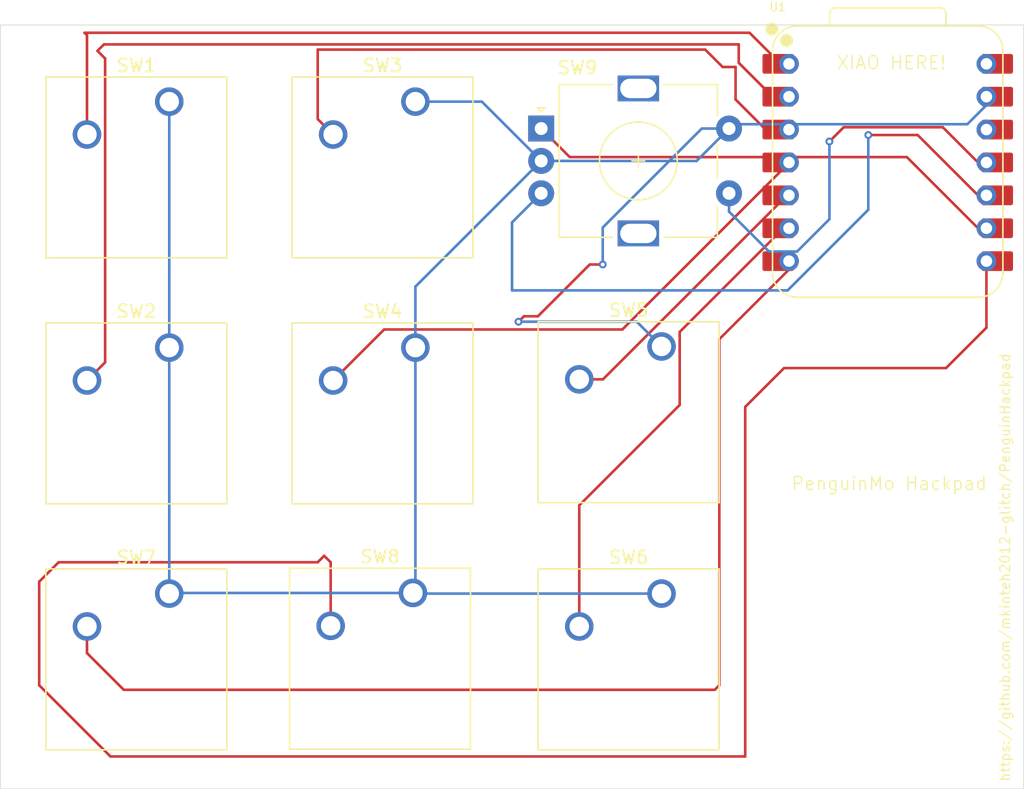
<source format=kicad_pcb>
(kicad_pcb (version 20241229) (generator "pcbnew") (generator_version "9.0")
  (layers (0 "F.Cu" signal) (2 "B.Cu" signal) (13 "F.Paste" user) (15 "B.Paste" user) (5 "F.SilkS" user "F.Silkscreen") (7 "B.SilkS" user "B.Silkscreen") (1 "F.Mask" user) (3 "B.Mask" user) (25 "Edge.Cuts" user))
  (net 0 "")
  (net 1 "GND")
  (net 2 "Net-(U1-GPIO26{slash}ADC0{slash}A0)")
  (net 3 "Net-(U1-GPIO27{slash}ADC1{slash}A1)")
  (net 4 "Net-(U1-GPIO28{slash}ADC2{slash}A2)")
  (net 5 "Net-(U1-GPIO29{slash}ADC3{slash}A3)")
  (net 6 "Net-(U1-GPIO6{slash}SDA)")
  (net 7 "Net-(U1-GPIO7{slash}SCL)")
  (net 8 "Net-(U1-GPIO0{slash}TX)")
  (net 9 "Net-(U1-GPIO1{slash}RX)")
  (net 10 "Net-(U1-GPIO3{slash}MOSI)")
  (net 11 "Net-(U1-GPIO4{slash}MISO)")
  (net 12 "Net-(U1-GPIO2{slash}SCK)")
  (net 13 "+3V3")
  (footprint "Button_Switch_Keyboard:SW_Cherry_MX_1.00u_PCB" (layer "F.Cu") (at 101.04 84.92)
    (property "Reference" "SW2" (at -2.54 -2.794 0) (layer "F.SilkS"))
    (property "Value" "SW_Push")
    (fp_line (start -9.525 -1.905) (end 4.445 -1.905) (stroke (width 0.12)) (layer "F.SilkS"))
    (fp_line (start -9.525 12.065) (end -9.525 -1.905) (stroke (width 0.12)) (layer "F.SilkS"))
    (fp_line (start 4.445 -1.905) (end 4.445 12.065) (stroke (width 0.12)) (layer "F.SilkS"))
    (fp_line (start 4.445 12.065) (end -9.525 12.065) (stroke (width 0.12)) (layer "F.SilkS"))
    (pad "" np_thru_hole circle (at -7.62 5.08) (size 1.7 1.7) (drill 1.7) (layers "*.Cu" "*.Mask"))
    (pad "" np_thru_hole circle (at -2.54 5.08) (size 4 4) (drill 4) (layers "*.Cu" "*.Mask"))
    (pad "" np_thru_hole circle (at 2.54 5.08) (size 1.7 1.7) (drill 1.7) (layers "*.Cu" "*.Mask"))
    (pad "1" thru_hole circle (at 0 0) (size 2.2 2.2) (drill 1.5) (layers "*.Cu" "*.Mask") (net 1 "GND"))
    (pad "2" thru_hole circle (at -6.35 2.54) (size 2.2 2.2) (drill 1.5) (layers "*.Cu" "*.Mask") (net 3 "Net-(U1-GPIO27{slash}ADC1{slash}A1)"))
  )
  (footprint "Button_Switch_Keyboard:SW_Cherry_MX_1.00u_PCB" (layer "F.Cu") (at 119.85 103.87)
    (property "Reference" "SW8" (at -2.54 -2.794 0) (layer "F.SilkS"))
    (property "Value" "SW_Push")
    (fp_line (start -9.525 -1.905) (end 4.445 -1.905) (stroke (width 0.12)) (layer "F.SilkS"))
    (fp_line (start -9.525 12.065) (end -9.525 -1.905) (stroke (width 0.12)) (layer "F.SilkS"))
    (fp_line (start 4.445 -1.905) (end 4.445 12.065) (stroke (width 0.12)) (layer "F.SilkS"))
    (fp_line (start 4.445 12.065) (end -9.525 12.065) (stroke (width 0.12)) (layer "F.SilkS"))
    (pad "" np_thru_hole circle (at -7.62 5.08) (size 1.7 1.7) (drill 1.7) (layers "*.Cu" "*.Mask"))
    (pad "" np_thru_hole circle (at -2.54 5.08) (size 4 4) (drill 4) (layers "*.Cu" "*.Mask"))
    (pad "" np_thru_hole circle (at 2.54 5.08) (size 1.7 1.7) (drill 1.7) (layers "*.Cu" "*.Mask"))
    (pad "1" thru_hole circle (at 0 0) (size 2.2 2.2) (drill 1.5) (layers "*.Cu" "*.Mask") (net 1 "GND"))
    (pad "2" thru_hole circle (at -6.35 2.54) (size 2.2 2.2) (drill 1.5) (layers "*.Cu" "*.Mask") (net 9 "Net-(U1-GPIO1{slash}RX)"))
  )
  (footprint "Button_Switch_Keyboard:SW_Cherry_MX_1.00u_PCB" (layer "F.Cu") (at 101.04 103.92)
    (property "Reference" "SW7" (at -2.54 -2.794 0) (layer "F.SilkS"))
    (property "Value" "SW_Push")
    (fp_line (start -9.525 -1.905) (end 4.445 -1.905) (stroke (width 0.12)) (layer "F.SilkS"))
    (fp_line (start -9.525 12.065) (end -9.525 -1.905) (stroke (width 0.12)) (layer "F.SilkS"))
    (fp_line (start 4.445 -1.905) (end 4.445 12.065) (stroke (width 0.12)) (layer "F.SilkS"))
    (fp_line (start 4.445 12.065) (end -9.525 12.065) (stroke (width 0.12)) (layer "F.SilkS"))
    (pad "" np_thru_hole circle (at -7.62 5.08) (size 1.7 1.7) (drill 1.7) (layers "*.Cu" "*.Mask"))
    (pad "" np_thru_hole circle (at -2.54 5.08) (size 4 4) (drill 4) (layers "*.Cu" "*.Mask"))
    (pad "" np_thru_hole circle (at 2.54 5.08) (size 1.7 1.7) (drill 1.7) (layers "*.Cu" "*.Mask"))
    (pad "1" thru_hole circle (at 0 0) (size 2.2 2.2) (drill 1.5) (layers "*.Cu" "*.Mask") (net 1 "GND"))
    (pad "2" thru_hole circle (at -6.35 2.54) (size 2.2 2.2) (drill 1.5) (layers "*.Cu" "*.Mask") (net 8 "Net-(U1-GPIO0{slash}TX)"))
  )
  (footprint "Button_Switch_Keyboard:SW_Cherry_MX_1.00u_PCB" (layer "F.Cu") (at 139.04 103.92)
    (property "Reference" "SW6" (at -2.54 -2.794 0) (layer "F.SilkS"))
    (property "Value" "SW_Push")
    (fp_line (start -9.525 -1.905) (end 4.445 -1.905) (stroke (width 0.12)) (layer "F.SilkS"))
    (fp_line (start -9.525 12.065) (end -9.525 -1.905) (stroke (width 0.12)) (layer "F.SilkS"))
    (fp_line (start 4.445 -1.905) (end 4.445 12.065) (stroke (width 0.12)) (layer "F.SilkS"))
    (fp_line (start 4.445 12.065) (end -9.525 12.065) (stroke (width 0.12)) (layer "F.SilkS"))
    (pad "" np_thru_hole circle (at -7.62 5.08) (size 1.7 1.7) (drill 1.7) (layers "*.Cu" "*.Mask"))
    (pad "" np_thru_hole circle (at -2.54 5.08) (size 4 4) (drill 4) (layers "*.Cu" "*.Mask"))
    (pad "" np_thru_hole circle (at 2.54 5.08) (size 1.7 1.7) (drill 1.7) (layers "*.Cu" "*.Mask"))
    (pad "1" thru_hole circle (at 0 0) (size 2.2 2.2) (drill 1.5) (layers "*.Cu" "*.Mask") (net 1 "GND"))
    (pad "2" thru_hole circle (at -6.35 2.54) (size 2.2 2.2) (drill 1.5) (layers "*.Cu" "*.Mask") (net 7 "Net-(U1-GPIO7{slash}SCL)"))
  )
  (footprint "XIAO:XIAO-RP2040-DIP" (layer "F.Cu") (at 156.5 70.62)
    (property "Reference" "U1" (at -8.5 -12 0) (layer "F.SilkS") (effects (font (size 0.635 0.635) (thickness 0.1016))))
    (property "Value" "XIAO-RP2040-DIP")
    (fp_line (start -8.89 8.509) (end -8.89 -8.636) (stroke (width 0.127)) (layer "F.SilkS"))
    (fp_line (start -6.985 10.414) (end 6.985 10.414) (stroke (width 0.127)) (layer "F.SilkS"))
    (fp_line (start -4.495 -10.541) (end -4.491272 -11.451272) (stroke (width 0.127)) (layer "F.SilkS"))
    (fp_line (start -3.991272 -11.951) (end 4.004 -11.951) (stroke (width 0.127)) (layer "F.SilkS"))
    (fp_line (start 4.504 -11.451) (end 4.504 -10.541) (stroke (width 0.127)) (layer "F.SilkS"))
    (fp_line (start 6.985 -10.541) (end -6.985 -10.541) (stroke (width 0.1)) (layer "F.SilkS"))
    (fp_line (start 6.985 -10.541) (end -6.985 -10.541) (stroke (width 0.127)) (layer "F.SilkS"))
    (fp_line (start 8.89 8.509) (end 8.89 -8.636) (stroke (width 0.127)) (layer "F.SilkS"))
    (fp_arc (start -8.89 -8.636) (mid -8.332038 -9.983038) (end -6.985 -10.541) (stroke (width 0.127)) (layer "F.SilkS"))
    (fp_arc (start -6.985 10.414) (mid -8.332038 9.856038) (end -8.89 8.509) (stroke (width 0.127)) (layer "F.SilkS"))
    (fp_arc (start -4.491272 -11.451272) (mid -4.344728 -11.80464) (end -3.991272 -11.951) (stroke (width 0.127)) (layer "F.SilkS"))
    (fp_arc (start 4.004 -11.951) (mid 4.357553 -11.804553) (end 4.504 -11.451) (stroke (width 0.127)) (layer "F.SilkS"))
    (fp_arc (start 6.985 -10.541) (mid 8.332038 -9.983038) (end 8.89 -8.636) (stroke (width 0.127)) (layer "F.SilkS"))
    (fp_arc (start 8.89 8.509) (mid 8.332038 9.856038) (end 6.985 10.414) (stroke (width 0.127)) (layer "F.SilkS"))
    (fp_circle (center -8.95 -10.3) (end -8.95 -10.554) (stroke (width 0.5)) (fill yes) (layer "F.SilkS"))
    (fp_circle (center -7.807 -9.42) (end -7.807 -9.674) (stroke (width 0.5)) (fill yes) (layer "F.SilkS"))
    (pad "1" smd roundrect (at -8.455 -7.62 180) (size 2.432 1.524) (layers "F.Cu" "F.Mask") (roundrect_rratio 0.1) (net 2 "Net-(U1-GPIO26{slash}ADC0{slash}A0)"))
    (pad "1" thru_hole circle (at -7.62 -7.62 180) (size 1.524 1.524) (drill 0.889) (layers "*.Cu" "*.Mask") (net 2 "Net-(U1-GPIO26{slash}ADC0{slash}A0)"))
    (pad "2" smd roundrect (at -8.455 -5.08 180) (size 2.432 1.524) (layers "F.Cu" "F.Mask") (roundrect_rratio 0.1) (net 3 "Net-(U1-GPIO27{slash}ADC1{slash}A1)"))
    (pad "2" thru_hole circle (at -7.62 -5.08 180) (size 1.524 1.524) (drill 0.889) (layers "*.Cu" "*.Mask") (net 3 "Net-(U1-GPIO27{slash}ADC1{slash}A1)"))
    (pad "3" smd roundrect (at -8.455 -2.54 180) (size 2.432 1.524) (layers "F.Cu" "F.Mask") (roundrect_rratio 0.1) (net 4 "Net-(U1-GPIO28{slash}ADC2{slash}A2)"))
    (pad "3" thru_hole circle (at -7.62 -2.54 180) (size 1.524 1.524) (drill 0.889) (layers "*.Cu" "*.Mask") (net 4 "Net-(U1-GPIO28{slash}ADC2{slash}A2)"))
    (pad "4" smd roundrect (at -8.455 0 180) (size 2.432 1.524) (layers "F.Cu" "F.Mask") (roundrect_rratio 0.1) (net 5 "Net-(U1-GPIO29{slash}ADC3{slash}A3)"))
    (pad "4" thru_hole circle (at -7.62 0 180) (size 1.524 1.524) (drill 0.889) (layers "*.Cu" "*.Mask") (net 5 "Net-(U1-GPIO29{slash}ADC3{slash}A3)"))
    (pad "5" smd roundrect (at -8.455 2.54 180) (size 2.432 1.524) (layers "F.Cu" "F.Mask") (roundrect_rratio 0.1) (net 6 "Net-(U1-GPIO6{slash}SDA)"))
    (pad "5" thru_hole circle (at -7.62 2.54 180) (size 1.524 1.524) (drill 0.889) (layers "*.Cu" "*.Mask") (net 6 "Net-(U1-GPIO6{slash}SDA)"))
    (pad "6" smd roundrect (at -8.455 5.08 180) (size 2.432 1.524) (layers "F.Cu" "F.Mask") (roundrect_rratio 0.1) (net 7 "Net-(U1-GPIO7{slash}SCL)"))
    (pad "6" thru_hole circle (at -7.62 5.08 180) (size 1.524 1.524) (drill 0.889) (layers "*.Cu" "*.Mask") (net 7 "Net-(U1-GPIO7{slash}SCL)"))
    (pad "7" smd roundrect (at -8.455 7.62 180) (size 2.432 1.524) (layers "F.Cu" "F.Mask") (roundrect_rratio 0.1) (net 8 "Net-(U1-GPIO0{slash}TX)"))
    (pad "7" thru_hole circle (at -7.62 7.62 180) (size 1.524 1.524) (drill 0.889) (layers "*.Cu" "*.Mask") (net 8 "Net-(U1-GPIO0{slash}TX)"))
    (pad "8" thru_hole circle (at 7.62 7.62) (size 1.524 1.524) (drill 0.889) (layers "*.Cu" "*.Mask") (net 9 "Net-(U1-GPIO1{slash}RX)"))
    (pad "8" smd roundrect (at 8.455 7.62) (size 2.432 1.524) (layers "F.Cu" "F.Mask") (roundrect_rratio 0.1) (net 9 "Net-(U1-GPIO1{slash}RX)"))
    (pad "9" thru_hole circle (at 7.62 5.08) (size 1.524 1.524) (drill 0.889) (layers "*.Cu" "*.Mask") (net 12 "Net-(U1-GPIO2{slash}SCK)"))
    (pad "9" smd roundrect (at 8.455 5.08) (size 2.432 1.524) (layers "F.Cu" "F.Mask") (roundrect_rratio 0.1) (net 12 "Net-(U1-GPIO2{slash}SCK)"))
    (pad "10" thru_hole circle (at 7.62 2.54) (size 1.524 1.524) (drill 0.889) (layers "*.Cu" "*.Mask") (net 11 "Net-(U1-GPIO4{slash}MISO)"))
    (pad "10" smd roundrect (at 8.455 2.54) (size 2.432 1.524) (layers "F.Cu" "F.Mask") (roundrect_rratio 0.1) (net 11 "Net-(U1-GPIO4{slash}MISO)"))
    (pad "11" thru_hole circle (at 7.62 0) (size 1.524 1.524) (drill 0.889) (layers "*.Cu" "*.Mask") (net 10 "Net-(U1-GPIO3{slash}MOSI)"))
    (pad "11" smd roundrect (at 8.455 0) (size 2.432 1.524) (layers "F.Cu" "F.Mask") (roundrect_rratio 0.1) (net 10 "Net-(U1-GPIO3{slash}MOSI)"))
    (pad "12" thru_hole circle (at 7.62 -2.54) (size 1.524 1.524) (drill 0.889) (layers "*.Cu" "*.Mask") (net 13 "+3V3"))
    (pad "12" smd roundrect (at 8.455 -2.54) (size 2.432 1.524) (layers "F.Cu" "F.Mask") (roundrect_rratio 0.1) (net 13 "+3V3"))
    (pad "13" thru_hole circle (at 7.62 -5.08) (size 1.524 1.524) (drill 0.889) (layers "*.Cu" "*.Mask") (net 1 "GND"))
    (pad "13" smd roundrect (at 8.455 -5.08) (size 2.432 1.524) (layers "F.Cu" "F.Mask") (roundrect_rratio 0.1) (net 1 "GND"))
    (pad "14" thru_hole circle (at 7.62 -7.62) (size 1.524 1.524) (drill 0.889) (layers "*.Cu" "*.Mask"))
    (pad "14" smd roundrect (at 8.455 -7.62) (size 2.432 1.524) (layers "F.Cu" "F.Mask") (roundrect_rratio 0.1))
  )
  (footprint "Button_Switch_Keyboard:SW_Cherry_MX_1.00u_PCB" (layer "F.Cu") (at 120.04 65.92)
    (property "Reference" "SW3" (at -2.54 -2.794 0) (layer "F.SilkS"))
    (property "Value" "SW_Push")
    (fp_line (start -9.525 -1.905) (end 4.445 -1.905) (stroke (width 0.12)) (layer "F.SilkS"))
    (fp_line (start -9.525 12.065) (end -9.525 -1.905) (stroke (width 0.12)) (layer "F.SilkS"))
    (fp_line (start 4.445 -1.905) (end 4.445 12.065) (stroke (width 0.12)) (layer "F.SilkS"))
    (fp_line (start 4.445 12.065) (end -9.525 12.065) (stroke (width 0.12)) (layer "F.SilkS"))
    (pad "" np_thru_hole circle (at -7.62 5.08) (size 1.7 1.7) (drill 1.7) (layers "*.Cu" "*.Mask"))
    (pad "" np_thru_hole circle (at -2.54 5.08) (size 4 4) (drill 4) (layers "*.Cu" "*.Mask"))
    (pad "" np_thru_hole circle (at 2.54 5.08) (size 1.7 1.7) (drill 1.7) (layers "*.Cu" "*.Mask"))
    (pad "1" thru_hole circle (at 0 0) (size 2.2 2.2) (drill 1.5) (layers "*.Cu" "*.Mask") (net 1 "GND"))
    (pad "2" thru_hole circle (at -6.35 2.54) (size 2.2 2.2) (drill 1.5) (layers "*.Cu" "*.Mask") (net 4 "Net-(U1-GPIO28{slash}ADC2{slash}A2)"))
  )
  (footprint "Rotary_Encoder:RotaryEncoder_Alps_EC11E-Switch_Vertical_H20mm" (layer "F.Cu") (at 129.75 68)
    (property "Reference" "SW9" (at 2.8 -4.7 0) (layer "F.SilkS"))
    (property "Value" "RotaryEncoder_Switch")
    (fp_line (start -0.3 -1.6) (end 0.3 -1.6) (stroke (width 0.12)) (layer "F.SilkS"))
    (fp_line (start 0 -1.3) (end -0.3 -1.6) (stroke (width 0.12)) (layer "F.SilkS"))
    (fp_line (start 0.3 -1.6) (end 0 -1.3) (stroke (width 0.12)) (layer "F.SilkS"))
    (fp_line (start 1.4 -3.4) (end 1.4 8.4) (stroke (width 0.12)) (layer "F.SilkS"))
    (fp_line (start 5.5 -3.4) (end 1.4 -3.4) (stroke (width 0.12)) (layer "F.SilkS"))
    (fp_line (start 5.5 8.4) (end 1.4 8.4) (stroke (width 0.12)) (layer "F.SilkS"))
    (fp_line (start 7 2.5) (end 8 2.5) (stroke (width 0.12)) (layer "F.SilkS"))
    (fp_line (start 7.5 2) (end 7.5 3) (stroke (width 0.12)) (layer "F.SilkS"))
    (fp_line (start 9.5 -3.4) (end 13.6 -3.4) (stroke (width 0.12)) (layer "F.SilkS"))
    (fp_line (start 13.6 -3.4) (end 13.6 -1) (stroke (width 0.12)) (layer "F.SilkS"))
    (fp_line (start 13.6 1.2) (end 13.6 3.8) (stroke (width 0.12)) (layer "F.SilkS"))
    (fp_line (start 13.6 6) (end 13.6 8.4) (stroke (width 0.12)) (layer "F.SilkS"))
    (fp_line (start 13.6 8.4) (end 9.5 8.4) (stroke (width 0.12)) (layer "F.SilkS"))
    (fp_circle (center 7.5 2.5) (end 10.5 2.5) (stroke (width 0.12)) (fill no) (layer "F.SilkS"))
    (pad "A" thru_hole rect (at 0 0) (size 2 2) (drill 1) (layers "*.Cu" "*.Mask") (net 12 "Net-(U1-GPIO2{slash}SCK)"))
    (pad "B" thru_hole circle (at 0 5) (size 2 2) (drill 1) (layers "*.Cu" "*.Mask") (net 11 "Net-(U1-GPIO4{slash}MISO)"))
    (pad "C" thru_hole circle (at 0 2.5) (size 2 2) (drill 1) (layers "*.Cu" "*.Mask") (net 1 "GND"))
    (pad "MP" thru_hole rect (at 7.5 -3.1) (size 3.2 2) (drill oval 2.8 1.5) (layers "*.Cu" "*.Mask"))
    (pad "MP" thru_hole rect (at 7.5 8.1) (size 3.2 2) (drill oval 2.8 1.5) (layers "*.Cu" "*.Mask"))
    (pad "S1" thru_hole circle (at 14.5 5) (size 2 2) (drill 1) (layers "*.Cu" "*.Mask") (net 10 "Net-(U1-GPIO3{slash}MOSI)"))
    (pad "S2" thru_hole circle (at 14.5 0) (size 2 2) (drill 1) (layers "*.Cu" "*.Mask") (net 1 "GND"))
  )
  (footprint "Button_Switch_Keyboard:SW_Cherry_MX_1.00u_PCB" (layer "F.Cu") (at 120.04 84.92)
    (property "Reference" "SW4" (at -2.54 -2.794 0) (layer "F.SilkS"))
    (property "Value" "SW_Push")
    (fp_line (start -9.525 -1.905) (end 4.445 -1.905) (stroke (width 0.12)) (layer "F.SilkS"))
    (fp_line (start -9.525 12.065) (end -9.525 -1.905) (stroke (width 0.12)) (layer "F.SilkS"))
    (fp_line (start 4.445 -1.905) (end 4.445 12.065) (stroke (width 0.12)) (layer "F.SilkS"))
    (fp_line (start 4.445 12.065) (end -9.525 12.065) (stroke (width 0.12)) (layer "F.SilkS"))
    (pad "" np_thru_hole circle (at -7.62 5.08) (size 1.7 1.7) (drill 1.7) (layers "*.Cu" "*.Mask"))
    (pad "" np_thru_hole circle (at -2.54 5.08) (size 4 4) (drill 4) (layers "*.Cu" "*.Mask"))
    (pad "" np_thru_hole circle (at 2.54 5.08) (size 1.7 1.7) (drill 1.7) (layers "*.Cu" "*.Mask"))
    (pad "1" thru_hole circle (at 0 0) (size 2.2 2.2) (drill 1.5) (layers "*.Cu" "*.Mask") (net 1 "GND"))
    (pad "2" thru_hole circle (at -6.35 2.54) (size 2.2 2.2) (drill 1.5) (layers "*.Cu" "*.Mask") (net 5 "Net-(U1-GPIO29{slash}ADC3{slash}A3)"))
  )
  (footprint "Button_Switch_Keyboard:SW_Cherry_MX_1.00u_PCB" (layer "F.Cu") (at 139.04 84.83)
    (property "Reference" "SW5" (at -2.54 -2.794 0) (layer "F.SilkS"))
    (property "Value" "SW_Push")
    (fp_line (start -9.525 -1.905) (end 4.445 -1.905) (stroke (width 0.12)) (layer "F.SilkS"))
    (fp_line (start -9.525 12.065) (end -9.525 -1.905) (stroke (width 0.12)) (layer "F.SilkS"))
    (fp_line (start 4.445 -1.905) (end 4.445 12.065) (stroke (width 0.12)) (layer "F.SilkS"))
    (fp_line (start 4.445 12.065) (end -9.525 12.065) (stroke (width 0.12)) (layer "F.SilkS"))
    (pad "" np_thru_hole circle (at -7.62 5.08) (size 1.7 1.7) (drill 1.7) (layers "*.Cu" "*.Mask"))
    (pad "" np_thru_hole circle (at -2.54 5.08) (size 4 4) (drill 4) (layers "*.Cu" "*.Mask"))
    (pad "" np_thru_hole circle (at 2.54 5.08) (size 1.7 1.7) (drill 1.7) (layers "*.Cu" "*.Mask"))
    (pad "1" thru_hole circle (at 0 0) (size 2.2 2.2) (drill 1.5) (layers "*.Cu" "*.Mask") (net 1 "GND"))
    (pad "2" thru_hole circle (at -6.35 2.54) (size 2.2 2.2) (drill 1.5) (layers "*.Cu" "*.Mask") (net 6 "Net-(U1-GPIO6{slash}SDA)"))
  )
  (footprint "Button_Switch_Keyboard:SW_Cherry_MX_1.00u_PCB" (layer "F.Cu") (at 101.04 65.92)
    (property "Reference" "SW1" (at -2.54 -2.794 0) (layer "F.SilkS"))
    (property "Value" "SW_Push")
    (fp_line (start -9.525 -1.905) (end 4.445 -1.905) (stroke (width 0.12)) (layer "F.SilkS"))
    (fp_line (start -9.525 12.065) (end -9.525 -1.905) (stroke (width 0.12)) (layer "F.SilkS"))
    (fp_line (start 4.445 -1.905) (end 4.445 12.065) (stroke (width 0.12)) (layer "F.SilkS"))
    (fp_line (start 4.445 12.065) (end -9.525 12.065) (stroke (width 0.12)) (layer "F.SilkS"))
    (pad "" np_thru_hole circle (at -7.62 5.08) (size 1.7 1.7) (drill 1.7) (layers "*.Cu" "*.Mask"))
    (pad "" np_thru_hole circle (at -2.54 5.08) (size 4 4) (drill 4) (layers "*.Cu" "*.Mask"))
    (pad "" np_thru_hole circle (at 2.54 5.08) (size 1.7 1.7) (drill 1.7) (layers "*.Cu" "*.Mask"))
    (pad "1" thru_hole circle (at 0 0) (size 2.2 2.2) (drill 1.5) (layers "*.Cu" "*.Mask") (net 1 "GND"))
    (pad "2" thru_hole circle (at -6.35 2.54) (size 2.2 2.2) (drill 1.5) (layers "*.Cu" "*.Mask") (net 2 "Net-(U1-GPIO26{slash}ADC0{slash}A0)"))
  )
  (gr_rect (start 88 60) (end 167 119) (stroke (width 0.05)) (fill no) (layer "Edge.Cuts"))
  (gr_text "PenguinMo Hackpad\n" (at 149 96 0) (layer "F.SilkS") (effects (font (size 1 1) (thickness 0.1)) (justify left bottom)))
  (gr_text "XIAO HERE!" (at 152.5 63.5 0) (layer "F.SilkS") (effects (font (size 1 1) (thickness 0.1)) (justify left bottom)))
  (gr_text "https://github.com/mkinteh2012-glitch/PenguinHackpad" (at 166 118.5 90) (layer "F.SilkS") (effects (font (size 0.75 0.75) (thickness 0.1)) (justify left bottom)))
  (segment (start 133.5 78.5) (end 129.5 82.5) (width 0.2) (layer "F.Cu") (net 1))
  (segment (start 129.5 82.5) (end 128.419 82.5) (width 0.2) (layer "F.Cu") (net 1))
  (segment (start 134.5 78.5) (end 133.5 78.5) (width 0.2) (layer "F.Cu") (net 1))
  (segment (start 128.419 82.5) (end 128 82.919) (width 0.2) (layer "F.Cu") (net 1))
  (via (at 134.5 78.5) (size 0.6) (drill 0.3) (layers "F.Cu" "B.Cu") (net 1))
  (via (at 128 82.919) (size 0.6) (drill 0.3) (layers "F.Cu" "B.Cu") (net 1))
  (segment (start 119.85 103.87) (end 119.9 103.92) (width 0.2) (layer "B.Cu") (net 1))
  (segment (start 119.85 103.87) (end 101.09 103.87) (width 0.2) (layer "B.Cu") (net 1))
  (segment (start 164.12 66.1885) (end 162.643 67.6655) (width 0.2) (layer "B.Cu") (net 1))
  (segment (start 142.148 68) (end 134.5 75.648) (width 0.2) (layer "B.Cu") (net 1))
  (segment (start 120.04 80.21) (end 120.04 84.92) (width 0.2) (layer "B.Cu") (net 1))
  (segment (start 129.75 70.5) (end 120.04 80.21) (width 0.2) (layer "B.Cu") (net 1))
  (segment (start 125.17 65.92) (end 120.04 65.92) (width 0.2) (layer "B.Cu") (net 1))
  (segment (start 101.04 103.92) (end 101.04 84.92) (width 0.2) (layer "B.Cu") (net 1))
  (segment (start 162.643 67.6655) (end 144.5845 67.6655) (width 0.2) (layer "B.Cu") (net 1))
  (segment (start 144.5845 67.6655) (end 144.25 68) (width 0.2) (layer "B.Cu") (net 1))
  (segment (start 129.75 70.5) (end 125.17 65.92) (width 0.2) (layer "B.Cu") (net 1))
  (segment (start 144.25 68) (end 141.75 70.5) (width 0.2) (layer "B.Cu") (net 1))
  (segment (start 134.5 75.648) (end 134.5 78.5) (width 0.2) (layer "B.Cu") (net 1))
  (segment (start 144.25 68) (end 142.148 68) (width 0.2) (layer "B.Cu") (net 1))
  (segment (start 101.04 84.92) (end 101.04 65.92) (width 0.2) (layer "B.Cu") (net 1))
  (segment (start 141.75 70.5) (end 129.75 70.5) (width 0.2) (layer "B.Cu") (net 1))
  (segment (start 119.9 103.92) (end 139.04 103.92) (width 0.2) (layer "B.Cu") (net 1))
  (segment (start 120.04 103.68) (end 119.85 103.87) (width 0.2) (layer "B.Cu") (net 1))
  (segment (start 128 82.919) (end 137.129 82.919) (width 0.2) (layer "B.Cu") (net 1))
  (segment (start 101.09 103.87) (end 101.04 103.92) (width 0.2) (layer "B.Cu") (net 1))
  (segment (start 120.04 84.92) (end 120.04 103.68) (width 0.2) (layer "B.Cu") (net 1))
  (segment (start 137.129 82.919) (end 139.04 84.83) (width 0.2) (layer "B.Cu") (net 1))
  (segment (start 148.88 63.6485) (end 145.8325 60.601) (width 0.2) (layer "F.Cu") (net 2))
  (segment (start 145.8325 60.601) (end 94.5 60.601) (width 0.2) (layer "F.Cu") (net 2))
  (segment (start 94.5 60.601) (end 94.69 60.791) (width 0.2) (layer "F.Cu") (net 2))
  (segment (start 94.69 60.791) (end 94.69 68.46) (width 0.2) (layer "F.Cu") (net 2))
  (segment (start 95.5 62) (end 96.091 62.591) (width 0.2) (layer "F.Cu") (net 3))
  (segment (start 145 61.5) (end 96 61.5) (width 0.2) (layer "F.Cu") (net 3))
  (segment (start 96.091 62.591) (end 96.091 86.059) (width 0.2) (layer "F.Cu") (net 3))
  (segment (start 148.88 66.1885) (end 148.266374 66.1885) (width 0.2) (layer "F.Cu") (net 3))
  (segment (start 148.266374 66.1885) (end 145 62.922126) (width 0.2) (layer "F.Cu") (net 3))
  (segment (start 145 62.922126) (end 145 61.5) (width 0.2) (layer "F.Cu") (net 3))
  (segment (start 96 61.5) (end 95.5 62) (width 0.2) (layer "F.Cu") (net 3))
  (segment (start 96.091 86.059) (end 94.69 87.46) (width 0.2) (layer "F.Cu") (net 3))
  (segment (start 147.7285 68.7285) (end 144.755387 65.755387) (width 0.2) (layer "F.Cu") (net 4))
  (segment (start 148.88 68.7285) (end 147.7285 68.7285) (width 0.2) (layer "F.Cu") (net 4))
  (segment (start 143.755387 63.244613) (end 142.411774 61.901) (width 0.2) (layer "F.Cu") (net 4))
  (segment (start 144.755387 63.244613) (end 143.755387 63.244613) (width 0.2) (layer "F.Cu") (net 4))
  (segment (start 112.5 61.901) (end 112.5 67.27) (width 0.2) (layer "F.Cu") (net 4))
  (segment (start 142.411774 61.901) (end 112.5 61.901) (width 0.2) (layer "F.Cu") (net 4))
  (segment (start 112.5 67.27) (end 113.69 68.46) (width 0.2) (layer "F.Cu") (net 4))
  (segment (start 144.755387 65.755387) (end 144.755387 63.244613) (width 0.2) (layer "F.Cu") (net 4))
  (segment (start 117.631 83.519) (end 113.69 87.46) (width 0.2) (layer "F.Cu") (net 5))
  (segment (start 148.266374 71.2685) (end 136.015874 83.519) (width 0.2) (layer "F.Cu") (net 5))
  (segment (start 148.88 71.2685) (end 148.266374 71.2685) (width 0.2) (layer "F.Cu") (net 5))
  (segment (start 136.015874 83.519) (end 117.631 83.519) (width 0.2) (layer "F.Cu") (net 5))
  (segment (start 134.518686 87.37) (end 132.69 87.37) (width 0.2) (layer "F.Cu") (net 6))
  (segment (start 148.88 73.8085) (end 148.080186 73.8085) (width 0.2) (layer "F.Cu") (net 6))
  (segment (start 148.080186 73.8085) (end 134.518686 87.37) (width 0.2) (layer "F.Cu") (net 6))
  (segment (start 132.69 97.10153) (end 132.69 106.46) (width 0.2) (layer "F.Cu") (net 7))
  (segment (start 140.441 89.35053) (end 132.69 97.10153) (width 0.2) (layer "F.Cu") (net 7))
  (segment (start 148.88 76.3485) (end 147.80237 76.3485) (width 0.2) (layer "F.Cu") (net 7))
  (segment (start 140.441 83.70987) (end 140.441 89.35053) (width 0.2) (layer "F.Cu") (net 7))
  (segment (start 147.80237 76.3485) (end 140.441 83.70987) (width 0.2) (layer "F.Cu") (net 7))
  (segment (start 143.149 111.351) (end 97.526184 111.351) (width 0.2) (layer "F.Cu") (net 8))
  (segment (start 94.69 108.514816) (end 94.69 106.46) (width 0.2) (layer "F.Cu") (net 8))
  (segment (start 148.88 78.8885) (end 143.5 84.2685) (width 0.2) (layer "F.Cu") (net 8))
  (segment (start 143.5 84.2685) (end 143.5 111) (width 0.2) (layer "F.Cu") (net 8))
  (segment (start 97.526184 111.351) (end 94.69 108.514816) (width 0.2) (layer "F.Cu") (net 8))
  (segment (start 143.5 111) (end 143.149 111.351) (width 0.2) (layer "F.Cu") (net 8))
  (segment (start 91 111) (end 91 103) (width 0.2) (layer "F.Cu") (net 9))
  (segment (start 113.5 101.5) (end 113.5 106.41) (width 0.2) (layer "F.Cu") (net 9))
  (segment (start 164.12 83.38) (end 161 86.5) (width 0.2) (layer "F.Cu") (net 9))
  (segment (start 161 86.5) (end 148.5 86.5) (width 0.2) (layer "F.Cu") (net 9))
  (segment (start 92.5 101.5) (end 112.5 101.5) (width 0.2) (layer "F.Cu") (net 9))
  (segment (start 96.5 116.5) (end 91 111) (width 0.2) (layer "F.Cu") (net 9))
  (segment (start 145.5 116.5) (end 96.5 116.5) (width 0.2) (layer "F.Cu") (net 9))
  (segment (start 145.5 89.5) (end 145.5 116.5) (width 0.2) (layer "F.Cu") (net 9))
  (segment (start 164.12 78.8885) (end 164.12 83.38) (width 0.2) (layer "F.Cu") (net 9))
  (segment (start 91 103) (end 92.5 101.5) (width 0.2) (layer "F.Cu") (net 9))
  (segment (start 113 101) (end 113.5 101.5) (width 0.2) (layer "F.Cu") (net 9))
  (segment (start 112.5 101.5) (end 113 101) (width 0.2) (layer "F.Cu") (net 9))
  (segment (start 148.5 86.5) (end 145.5 89.5) (width 0.2) (layer "F.Cu") (net 9))
  (segment (start 153.101 67.899) (end 152 69) (width 0.2) (layer "F.Cu") (net 10))
  (segment (start 164.12 71.2685) (end 160.7505 67.899) (width 0.2) (layer "F.Cu") (net 10))
  (segment (start 160.7505 67.899) (end 153.101 67.899) (width 0.2) (layer "F.Cu") (net 10))
  (via (at 152 69) (size 0.6) (drill 0.3) (layers "F.Cu" "B.Cu") (net 10))
  (segment (start 149.5 77.5) (end 147.335787 77.5) (width 0.2) (layer "B.Cu") (net 10))
  (segment (start 144.25 74.414213) (end 144.25 73) (width 0.2) (layer "B.Cu") (net 10))
  (segment (start 147.335787 77.5) (end 144.25 74.414213) (width 0.2) (layer "B.Cu") (net 10))
  (segment (start 152 69) (end 152 75) (width 0.2) (layer "B.Cu") (net 10))
  (segment (start 152 75) (end 149.5 77.5) (width 0.2) (layer "B.Cu") (net 10))
  (segment (start 158.8115 68.5) (end 155 68.5) (width 0.2) (layer "F.Cu") (net 11))
  (segment (start 164.12 73.8085) (end 158.8115 68.5) (width 0.2) (layer "F.Cu") (net 11))
  (via (at 155 68.5) (size 0.6) (drill 0.3) (layers "F.Cu" "B.Cu") (net 11))
  (segment (start 155 68.5) (end 155 74.27181) (width 0.2) (layer "B.Cu") (net 11))
  (segment (start 155 74.27181) (end 148.77181 80.5) (width 0.2) (layer "B.Cu") (net 11))
  (segment (start 148.77181 80.5) (end 147.5 80.5) (width 0.2) (layer "B.Cu") (net 11))
  (segment (start 127.5 75.25) (end 129.75 73) (width 0.2) (layer "B.Cu") (net 11))
  (segment (start 127.5 80.5) (end 127.5 75.25) (width 0.2) (layer "B.Cu") (net 11))
  (segment (start 147.5 80.5) (end 127.5 80.5) (width 0.2) (layer "B.Cu") (net 11))
  (segment (start 157.977 70.2055) (end 131.9555 70.2055) (width 0.2) (layer "F.Cu") (net 12))
  (segment (start 164.12 76.3485) (end 157.977 70.2055) (width 0.2) (layer "F.Cu") (net 12))
  (segment (start 131.9555 70.2055) (end 129.75 68) (width 0.2) (layer "F.Cu") (net 12))
)
</source>
